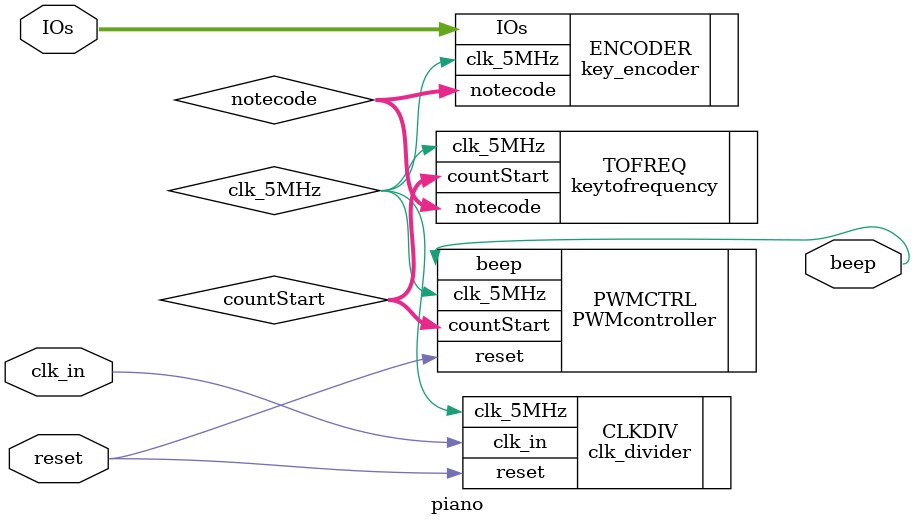
<source format=v>
`timescale 1ns / 1ps


module piano(
        clk_in,
        IOs,
        reset,
        beep
    );
    
input  clk_in;
input  reset;
input  wire [9:0] IOs;
output beep;

wire clk_5MHz;
wire [4:0] notecode;
wire[13:0] countStart;

clk_divider CLKDIV(
    .clk_5MHz(clk_5MHz),
    .reset(reset),
    .clk_in(clk_in)
);

key_encoder ENCODER(
    .clk_5MHz(clk_5MHz),
    .IOs(IOs),
    .notecode(notecode)
);

keytofrequency TOFREQ(
    .clk_5MHz(clk_5MHz),
    .notecode(notecode),
    .countStart(countStart)
);

PWMcontroller PWMCTRL(
    .clk_5MHz(clk_5MHz),
    .countStart(countStart),
    .reset(reset),
    .beep(beep)
);

endmodule

</source>
